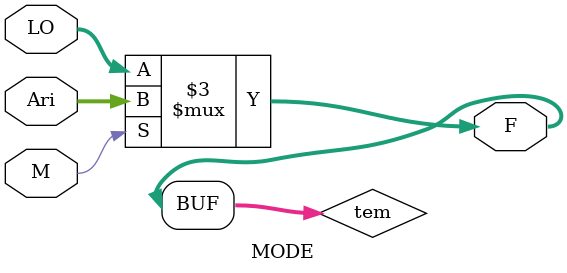
<source format=v>
`timescale 1ns / 1ps
module MODE(Ari,LO,F,M
    );
input[3:0]Ari;
input[3:0]LO;
input M;
output[3:0]F;
reg[3:0]tem;

	always@(Ari,LO,F,M,tem)begin
		if(M)
			tem = Ari;
		else
			tem = LO;
	end
	assign F = tem;

endmodule

</source>
